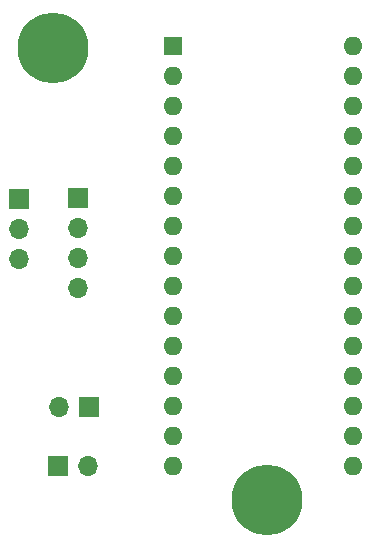
<source format=gbs>
%TF.GenerationSoftware,KiCad,Pcbnew,8.0.2*%
%TF.CreationDate,2025-03-14T14:52:26-04:00*%
%TF.ProjectId,SeniorDesignPCB,53656e69-6f72-4446-9573-69676e504342,rev?*%
%TF.SameCoordinates,Original*%
%TF.FileFunction,Soldermask,Bot*%
%TF.FilePolarity,Negative*%
%FSLAX46Y46*%
G04 Gerber Fmt 4.6, Leading zero omitted, Abs format (unit mm)*
G04 Created by KiCad (PCBNEW 8.0.2) date 2025-03-14 14:52:26*
%MOMM*%
%LPD*%
G01*
G04 APERTURE LIST*
%ADD10C,6.000000*%
%ADD11R,1.700000X1.700000*%
%ADD12O,1.700000X1.700000*%
%ADD13R,1.600000X1.600000*%
%ADD14O,1.600000X1.600000*%
G04 APERTURE END LIST*
D10*
%TO.C,*%
X67100000Y-82100000D03*
%TD*%
%TO.C,REF\u002A\u002A*%
X49000000Y-43900000D03*
%TD*%
D11*
%TO.C,J1*%
X52075000Y-74300000D03*
D12*
X49535000Y-74300000D03*
%TD*%
D11*
%TO.C,J2*%
X51100000Y-56580000D03*
D12*
X51100000Y-59120000D03*
X51100000Y-61660000D03*
X51100000Y-64200000D03*
%TD*%
D13*
%TO.C,U1*%
X59160000Y-43740000D03*
D14*
X59160000Y-46280000D03*
X59160000Y-48820000D03*
X59160000Y-51360000D03*
X59160000Y-53900000D03*
X59160000Y-56440000D03*
X59160000Y-58980000D03*
X59160000Y-61520000D03*
X59160000Y-64060000D03*
X59160000Y-66600000D03*
X59160000Y-69140000D03*
X59160000Y-71680000D03*
X59160000Y-74220000D03*
X59160000Y-76760000D03*
X59160000Y-79300000D03*
X74400000Y-79300000D03*
X74400000Y-76760000D03*
X74400000Y-74220000D03*
X74400000Y-71680000D03*
X74400000Y-69140000D03*
X74400000Y-66600000D03*
X74400000Y-64060000D03*
X74400000Y-61520000D03*
X74400000Y-58980000D03*
X74400000Y-56440000D03*
X74400000Y-53900000D03*
X74400000Y-51360000D03*
X74400000Y-48820000D03*
X74400000Y-46280000D03*
X74400000Y-43740000D03*
%TD*%
D11*
%TO.C,J4*%
X49425000Y-79300000D03*
D12*
X51965000Y-79300000D03*
%TD*%
D11*
%TO.C,J3*%
X46100000Y-56620000D03*
D12*
X46100000Y-59160000D03*
X46100000Y-61700000D03*
%TD*%
M02*

</source>
